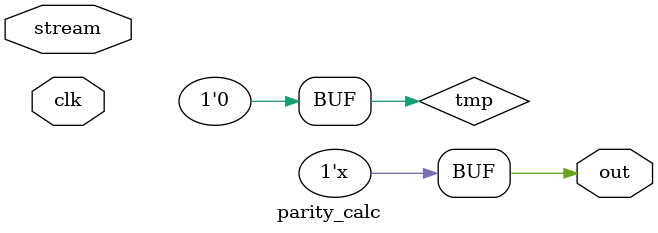
<source format=sv>
module parity_calc #(parameter WIDTH=10) (stream,clk,out);
    input [WIDTH-1:0] stream;
    input clk;
    output logic out;
    logic tmp=0;

    // check  the even parity of the stream and output the result
    always @(clk)
    begin

        for(int i=0;i<WIDTH;i++)
        begin
            tmp+=stream[i];
        end
        out=tmp;
        tmp=0;
    end
endmodule


</source>
